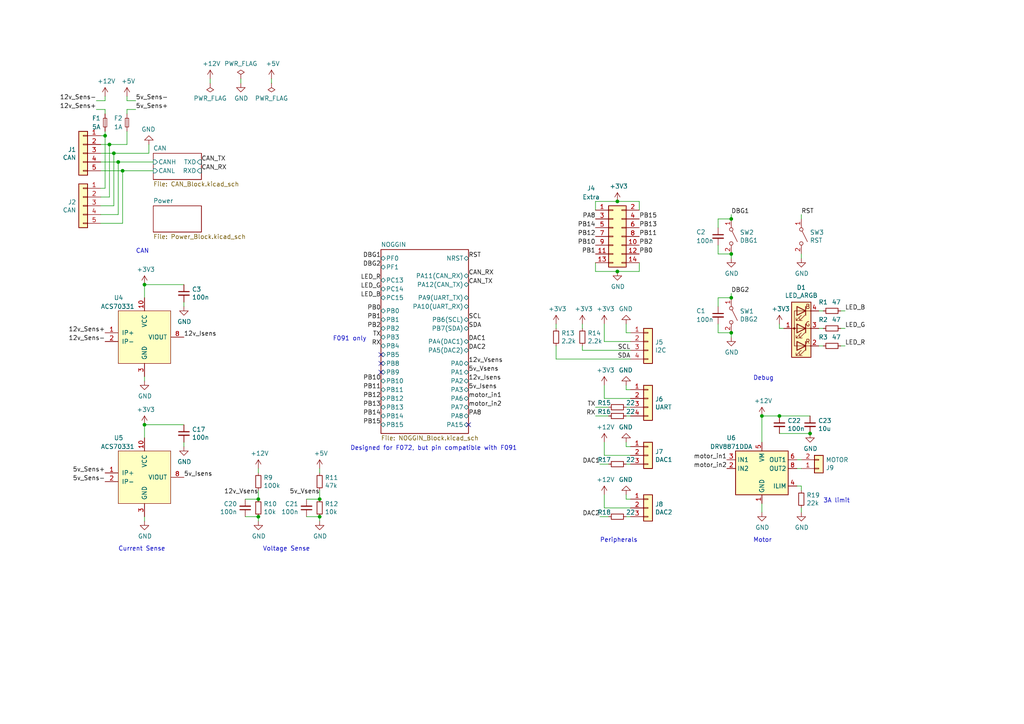
<source format=kicad_sch>
(kicad_sch (version 20211123) (generator eeschema)
  (paper "A4")
  (lib_symbols
    (symbol "Connector_Generic:Conn_01x02" (pin_names (offset 1.016) hide)
      (property "Reference" "J" (at 0 2.54 0))
      (property "Value" "Conn_01x02" (at 0 -5.08 0))
      (symbol "Conn_01x02_1_1"
        (rectangle (start -1.27 -2.413) (end 0 -2.667) (stroke (width 0.1524)))
        (rectangle (start -1.27 0.127) (end 0 -0.127) (stroke (width 0.1524)))
        (rectangle (start -1.27 1.27) (end 1.27 -3.81) (stroke (width 0.254)) (fill (type background)))
        (pin passive line (at -5.08 0 0) (length 3.81) (name "Pin_1") (number "1"))
        (pin passive line (at -5.08 -2.54 0) (length 3.81) (name "Pin_2") (number "2"))
      )
    )
    (symbol "Connector_Generic:Conn_01x03" (pin_names (offset 1.016) hide)
      (property "Reference" "J" (at 0 5.08 0))
      (property "Value" "Conn_01x03" (at 0 -5.08 0))
      (symbol "Conn_01x03_1_1"
        (rectangle (start -1.27 -2.413) (end 0 -2.667) (stroke (width 0.1524)))
        (rectangle (start -1.27 0.127) (end 0 -0.127) (stroke (width 0.1524)))
        (rectangle (start -1.27 2.667) (end 0 2.413) (stroke (width 0.1524)))
        (rectangle (start -1.27 3.81) (end 1.27 -3.81) (stroke (width 0.254)) (fill (type background)))
        (pin passive line (at -5.08 2.54 0) (length 3.81) (name "Pin_1") (number "1"))
        (pin passive line (at -5.08 0 0) (length 3.81) (name "Pin_2") (number "2"))
        (pin passive line (at -5.08 -2.54 0) (length 3.81) (name "Pin_3") (number "3"))
      )
    )
    (symbol "Connector_Generic:Conn_01x04" (pin_names (offset 1.016) hide)
      (property "Reference" "J" (at 0 5.08 0))
      (property "Value" "Conn_01x04" (at 0 -7.62 0))
      (symbol "Conn_01x04_1_1"
        (rectangle (start -1.27 -4.953) (end 0 -5.207) (stroke (width 0.1524)))
        (rectangle (start -1.27 -2.413) (end 0 -2.667) (stroke (width 0.1524)))
        (rectangle (start -1.27 0.127) (end 0 -0.127) (stroke (width 0.1524)))
        (rectangle (start -1.27 2.667) (end 0 2.413) (stroke (width 0.1524)))
        (rectangle (start -1.27 3.81) (end 1.27 -6.35) (stroke (width 0.254)) (fill (type background)))
        (pin passive line (at -5.08 2.54 0) (length 3.81) (name "Pin_1") (number "1"))
        (pin passive line (at -5.08 0 0) (length 3.81) (name "Pin_2") (number "2"))
        (pin passive line (at -5.08 -2.54 0) (length 3.81) (name "Pin_3") (number "3"))
        (pin passive line (at -5.08 -5.08 0) (length 3.81) (name "Pin_4") (number "4"))
      )
    )
    (symbol "Connector_Generic:Conn_01x05" (pin_names (offset 1.016) hide)
      (property "Reference" "J" (at 0 7.62 0))
      (property "Value" "Conn_01x05" (at 0 -7.62 0))
      (symbol "Conn_01x05_1_1"
        (rectangle (start -1.27 -4.953) (end 0 -5.207) (stroke (width 0.1524)))
        (rectangle (start -1.27 -2.413) (end 0 -2.667) (stroke (width 0.1524)))
        (rectangle (start -1.27 0.127) (end 0 -0.127) (stroke (width 0.1524)))
        (rectangle (start -1.27 2.667) (end 0 2.413) (stroke (width 0.1524)))
        (rectangle (start -1.27 5.207) (end 0 4.953) (stroke (width 0.1524)))
        (rectangle (start -1.27 6.35) (end 1.27 -6.35) (stroke (width 0.254)) (fill (type background)))
        (pin passive line (at -5.08 5.08 0) (length 3.81) (name "Pin_1") (number "1"))
        (pin passive line (at -5.08 2.54 0) (length 3.81) (name "Pin_2") (number "2"))
        (pin passive line (at -5.08 0 0) (length 3.81) (name "Pin_3") (number "3"))
        (pin passive line (at -5.08 -2.54 0) (length 3.81) (name "Pin_4") (number "4"))
        (pin passive line (at -5.08 -5.08 0) (length 3.81) (name "Pin_5") (number "5"))
      )
    )
    (symbol "Connector_Generic:Conn_02x07_Odd_Even" (pin_names (offset 1.016) hide)
      (property "Reference" "J" (at 1.27 10.16 0))
      (property "Value" "Conn_02x07_Odd_Even" (at 1.27 -10.16 0))
      (symbol "Conn_02x07_Odd_Even_1_1"
        (rectangle (start -1.27 -7.493) (end 0 -7.747) (stroke (width 0.1524)))
        (rectangle (start -1.27 -4.953) (end 0 -5.207) (stroke (width 0.1524)))
        (rectangle (start -1.27 -2.413) (end 0 -2.667) (stroke (width 0.1524)))
        (rectangle (start -1.27 0.127) (end 0 -0.127) (stroke (width 0.1524)))
        (rectangle (start -1.27 2.667) (end 0 2.413) (stroke (width 0.1524)))
        (rectangle (start -1.27 5.207) (end 0 4.953) (stroke (width 0.1524)))
        (rectangle (start -1.27 7.747) (end 0 7.493) (stroke (width 0.1524)))
        (rectangle (start -1.27 8.89) (end 3.81 -8.89) (stroke (width 0.254)) (fill (type background)))
        (rectangle (start 3.81 -7.493) (end 2.54 -7.747) (stroke (width 0.1524)))
        (rectangle (start 3.81 -4.953) (end 2.54 -5.207) (stroke (width 0.1524)))
        (rectangle (start 3.81 -2.413) (end 2.54 -2.667) (stroke (width 0.1524)))
        (rectangle (start 3.81 0.127) (end 2.54 -0.127) (stroke (width 0.1524)))
        (rectangle (start 3.81 2.667) (end 2.54 2.413) (stroke (width 0.1524)))
        (rectangle (start 3.81 5.207) (end 2.54 4.953) (stroke (width 0.1524)))
        (rectangle (start 3.81 7.747) (end 2.54 7.493) (stroke (width 0.1524)))
        (pin passive line (at -5.08 7.62 0) (length 3.81) (name "Pin_1") (number "1"))
        (pin passive line (at 7.62 -2.54 180) (length 3.81) (name "Pin_10") (number "10"))
        (pin passive line (at -5.08 -5.08 0) (length 3.81) (name "Pin_11") (number "11"))
        (pin passive line (at 7.62 -5.08 180) (length 3.81) (name "Pin_12") (number "12"))
        (pin passive line (at -5.08 -7.62 0) (length 3.81) (name "Pin_13") (number "13"))
        (pin passive line (at 7.62 -7.62 180) (length 3.81) (name "Pin_14") (number "14"))
        (pin passive line (at 7.62 7.62 180) (length 3.81) (name "Pin_2") (number "2"))
        (pin passive line (at -5.08 5.08 0) (length 3.81) (name "Pin_3") (number "3"))
        (pin passive line (at 7.62 5.08 180) (length 3.81) (name "Pin_4") (number "4"))
        (pin passive line (at -5.08 2.54 0) (length 3.81) (name "Pin_5") (number "5"))
        (pin passive line (at 7.62 2.54 180) (length 3.81) (name "Pin_6") (number "6"))
        (pin passive line (at -5.08 0 0) (length 3.81) (name "Pin_7") (number "7"))
        (pin passive line (at 7.62 0 180) (length 3.81) (name "Pin_8") (number "8"))
        (pin passive line (at -5.08 -2.54 0) (length 3.81) (name "Pin_9") (number "9"))
      )
    )
    (symbol "Device:C_Small" (pin_numbers hide) (pin_names (offset 0.254) hide)
      (property "Reference" "C" (at 0.254 1.778 0))
      (property "Value" "C_Small" (at 0.254 -2.032 0))
      (symbol "C_Small_0_1"
        (polyline (pts (xy -1.524 -0.508) (xy 1.524 -0.508)) (stroke (width 0.3302)))
        (polyline (pts (xy -1.524 0.508) (xy 1.524 0.508)) (stroke (width 0.3048)))
      )
      (symbol "C_Small_1_1"
        (pin passive line (at 0 2.54 270) (length 2.032) (name "~") (number "1"))
        (pin passive line (at 0 -2.54 90) (length 2.032) (name "~") (number "2"))
      )
    )
    (symbol "Device:Fuse_Small" (pin_numbers hide) (pin_names (offset 0.254) hide)
      (property "Reference" "F" (at 0 -1.524 0))
      (property "Value" "Fuse_Small" (at 0 1.524 0))
      (symbol "Fuse_Small_0_1"
        (rectangle (start -1.27 0.508) (end 1.27 -0.508))
        (polyline (pts (xy -1.27 0) (xy 1.27 0)))
      )
      (symbol "Fuse_Small_1_1"
        (pin passive line (at -2.54 0 0) (length 1.27) (name "~") (number "1"))
        (pin passive line (at 2.54 0 180) (length 1.27) (name "~") (number "2"))
      )
    )
    (symbol "Device:LED_ARGB" (pin_names (offset 0) hide)
      (property "Reference" "D" (at 0 9.398 0))
      (property "Value" "LED_ARGB" (at 0 -8.89 0))
      (symbol "LED_ARGB_0_0"
        (text "B" (at -1.905 -6.35 0) (effects (font (size 1.27 1.27))))
        (text "G" (at -1.905 -1.27 0) (effects (font (size 1.27 1.27))))
        (text "R" (at -1.905 3.81 0) (effects (font (size 1.27 1.27))))
      )
      (symbol "LED_ARGB_0_1"
        (polyline (pts (xy -1.27 -5.08) (xy -2.54 -5.08)))
        (polyline (pts (xy -1.27 -5.08) (xy 1.27 -5.08)))
        (polyline (pts (xy -1.27 -3.81) (xy -1.27 -6.35)) (stroke (width 0.254)))
        (polyline (pts (xy -1.27 0) (xy -2.54 0)))
        (polyline (pts (xy -1.27 1.27) (xy -1.27 -1.27)) (stroke (width 0.254)))
        (polyline (pts (xy -1.27 5.08) (xy -2.54 5.08)))
        (polyline (pts (xy -1.27 5.08) (xy 1.27 5.08)))
        (polyline (pts (xy -1.27 6.35) (xy -1.27 3.81)) (stroke (width 0.254)))
        (polyline (pts (xy 1.27 0) (xy -1.27 0)))
        (polyline (pts (xy 1.27 0) (xy 2.54 0)))
        (polyline (pts (xy -1.27 1.27) (xy -1.27 -1.27) (xy -1.27 -1.27)))
        (polyline (pts (xy -1.27 6.35) (xy -1.27 3.81) (xy -1.27 3.81)))
        (polyline (pts (xy 1.27 -5.08) (xy 2.032 -5.08) (xy 2.032 5.08) (xy 1.27 5.08)))
        (polyline (pts (xy 1.27 -3.81) (xy 1.27 -6.35) (xy -1.27 -5.08) (xy 1.27 -3.81)) (stroke (width 0.254)))
        (polyline (pts (xy 1.27 1.27) (xy 1.27 -1.27) (xy -1.27 0) (xy 1.27 1.27)) (stroke (width 0.254)))
        (polyline (pts (xy 1.27 6.35) (xy 1.27 3.81) (xy -1.27 5.08) (xy 1.27 6.35)) (stroke (width 0.254)))
        (polyline (pts (xy -1.016 -3.81) (xy 0.508 -2.286) (xy -0.254 -2.286) (xy 0.508 -2.286) (xy 0.508 -3.048)))
        (polyline (pts (xy -1.016 1.27) (xy 0.508 2.794) (xy -0.254 2.794) (xy 0.508 2.794) (xy 0.508 2.032)))
        (polyline (pts (xy -1.016 6.35) (xy 0.508 7.874) (xy -0.254 7.874) (xy 0.508 7.874) (xy 0.508 7.112)))
        (polyline (pts (xy 0 -3.81) (xy 1.524 -2.286) (xy 0.762 -2.286) (xy 1.524 -2.286) (xy 1.524 -3.048)))
        (polyline (pts (xy 0 1.27) (xy 1.524 2.794) (xy 0.762 2.794) (xy 1.524 2.794) (xy 1.524 2.032)))
        (polyline (pts (xy 0 6.35) (xy 1.524 7.874) (xy 0.762 7.874) (xy 1.524 7.874) (xy 1.524 7.112)))
        (rectangle (start 1.27 -1.27) (end 1.27 1.27))
        (rectangle (start 1.27 1.27) (end 1.27 1.27))
        (rectangle (start 1.27 3.81) (end 1.27 6.35))
        (rectangle (start 1.27 6.35) (end 1.27 6.35))
        (circle (center 2.032 0) (radius 0.254) (fill (type outline)))
        (rectangle (start 2.794 8.382) (end -2.794 -7.62) (stroke (width 0.254)) (fill (type background)))
      )
      (symbol "LED_ARGB_1_1"
        (pin passive line (at 5.08 0 180) (length 2.54) (name "A") (number "1"))
        (pin passive line (at -5.08 5.08 0) (length 2.54) (name "RK") (number "2"))
        (pin passive line (at -5.08 0 0) (length 2.54) (name "GK") (number "3"))
        (pin passive line (at -5.08 -5.08 0) (length 2.54) (name "BK") (number "4"))
      )
    )
    (symbol "Device:R_Small" (pin_numbers hide) (pin_names (offset 0.254) hide)
      (property "Reference" "R" (at 0.762 0.508 0))
      (property "Value" "R_Small" (at 0.762 -1.016 0))
      (symbol "R_Small_0_1"
        (rectangle (start -0.762 1.778) (end 0.762 -1.778) (stroke (width 0.2032)))
      )
      (symbol "R_Small_1_1"
        (pin passive line (at 0 2.54 270) (length 0.762) (name "~") (number "1"))
        (pin passive line (at 0 -2.54 90) (length 0.762) (name "~") (number "2"))
      )
    )
    (symbol "Driver_Motor:DRV8871DDA"
      (property "Reference" "U" (at -6.35 6.35 0))
      (property "Value" "DRV8871DDA" (at 8.89 6.35 0))
      (symbol "DRV8871DDA_0_1"
        (rectangle (start -7.62 5.08) (end 7.62 -7.62) (stroke (width 0.254)) (fill (type background)))
      )
      (symbol "DRV8871DDA_1_1"
        (pin power_in line (at 0 -10.16 90) (length 2.54) (name "GND") (number "1"))
        (pin input line (at -10.16 0 0) (length 2.54) (name "IN2") (number "2"))
        (pin input line (at -10.16 2.54 0) (length 2.54) (name "IN1") (number "3"))
        (pin passive line (at 10.16 -5.08 180) (length 2.54) (name "ILIM") (number "4"))
        (pin power_in line (at 0 7.62 270) (length 2.54) (name "VM") (number "5"))
        (pin output line (at 10.16 2.54 180) (length 2.54) (name "OUT1") (number "6"))
        (pin passive line (at 0 -10.16 90) (length 2.54) hide (name "GND") (number "7"))
        (pin output line (at 10.16 0 180) (length 2.54) (name "OUT2") (number "8"))
        (pin passive line (at 0 -10.16 90) (length 2.54) hide (name "GND") (number "9"))
      )
    )
    (symbol "Switch:SW_SPST" (pin_names (offset 0) hide)
      (property "Reference" "SW" (at 0 3.175 0))
      (property "Value" "SW_SPST" (at 0 -2.54 0))
      (symbol "SW_SPST_0_0"
        (circle (center -2.032 0) (radius 0.508))
        (polyline (pts (xy -1.524 0.254) (xy 1.524 1.778)))
        (circle (center 2.032 0) (radius 0.508))
      )
      (symbol "SW_SPST_1_1"
        (pin passive line (at -5.08 0 0) (length 2.54) (name "A") (number "1"))
        (pin passive line (at 5.08 0 180) (length 2.54) (name "B") (number "2"))
      )
    )
    (symbol "extraparts:ACS70331" (pin_names (offset 1.016))
      (property "Reference" "U" (at 0 15.24 0))
      (property "Value" "ACS70331" (at 0 12.7 0))
      (symbol "ACS70331_0_1"
        (rectangle (start -7.62 7.62) (end 7.62 -7.62) (fill (type background)))
      )
      (symbol "ACS70331_1_1"
        (pin passive line (at -11.43 1.27 0) (length 3.81) (name "IP+") (number "1"))
        (pin power_in line (at 0 11.43 270) (length 3.81) (name "VCC") (number "10"))
        (pin passive line (at -11.43 -1.27 0) (length 3.81) (name "IP-") (number "2"))
        (pin power_in line (at 0 -11.43 90) (length 3.81) (name "GND") (number "3"))
        (pin input line (at 0 -11.43 90) (length 3.81) hide (name "NC") (number "4"))
        (pin no_connect line (at 2.54 -11.43 90) (length 3.81) hide (name "NC") (number "5"))
        (pin input line (at 0 -11.43 90) (length 3.81) hide (name "NC") (number "6"))
        (pin input line (at 0 -11.43 90) (length 3.81) hide (name "NC") (number "7"))
        (pin output line (at 11.43 0 180) (length 3.81) (name "VIOUT") (number "8"))
        (pin input line (at 0 -11.43 90) (length 3.81) hide (name "NC") (number "9"))
      )
    )
    (symbol "power:+12V" (power) (pin_names (offset 0))
      (property "Value" "+12V" (at 0 3.556 0))
      (symbol "+12V_0_1"
        (polyline (pts (xy -0.762 1.27) (xy 0 2.54)))
        (polyline (pts (xy 0 0) (xy 0 2.54)))
        (polyline (pts (xy 0 2.54) (xy 0.762 1.27)))
      )
      (symbol "+12V_1_1"
        (pin power_in line (at 0 0 90) (length 0) hide (name "+12V") (number "1"))
      )
    )
    (symbol "power:+3V3" (power) (pin_names (offset 0))
      (property "Value" "+3V3" (at 0 3.556 0))
      (symbol "+3V3_0_1"
        (polyline (pts (xy -0.762 1.27) (xy 0 2.54)))
        (polyline (pts (xy 0 0) (xy 0 2.54)))
        (polyline (pts (xy 0 2.54) (xy 0.762 1.27)))
      )
      (symbol "+3V3_1_1"
        (pin power_in line (at 0 0 90) (length 0) hide (name "+3V3") (number "1"))
      )
    )
    (symbol "power:+5V" (power) (pin_names (offset 0))
      (property "Value" "+5V" (at 0 3.556 0))
      (symbol "+5V_0_1"
        (polyline (pts (xy -0.762 1.27) (xy 0 2.54)))
        (polyline (pts (xy 0 0) (xy 0 2.54)))
        (polyline (pts (xy 0 2.54) (xy 0.762 1.27)))
      )
      (symbol "+5V_1_1"
        (pin power_in line (at 0 0 90) (length 0) hide (name "+5V") (number "1"))
      )
    )
    (symbol "power:GND" (power) (pin_names (offset 0))
      (property "Value" "GND" (at 0 -3.81 0))
      (symbol "GND_0_1"
        (polyline (pts (xy 0 0) (xy 0 -1.27) (xy 1.27 -1.27) (xy 0 -2.54) (xy -1.27 -1.27) (xy 0 -1.27)))
      )
      (symbol "GND_1_1"
        (pin power_in line (at 0 0 270) (length 0) hide (name "GND") (number "1"))
      )
    )
    (symbol "power:PWR_FLAG" (power) (pin_numbers hide) (pin_names (offset 0) hide)
      (property "Value" "PWR_FLAG" (at 0 3.81 0))
      (symbol "PWR_FLAG_0_0"
        (pin power_out line (at 0 0 90) (length 0) (name "pwr") (number "1"))
      )
      (symbol "PWR_FLAG_0_1"
        (polyline (pts (xy 0 0) (xy 0 1.27) (xy -1.016 1.905) (xy 0 2.54) (xy 1.016 1.905) (xy 0 1.27)))
      )
    )
  )
  (junction (at 30.48 39.37))
  (junction (at 212.09 96.52))
  (junction (at 234.95 125.73))
  (junction (at 35.56 49.53))
  (junction (at 92.71 149.86))
  (junction (at 74.93 149.86))
  (junction (at 74.93 144.78))
  (junction (at 212.09 63.5))
  (junction (at 212.09 86.36))
  (junction (at 31.75 41.91))
  (junction (at 41.91 82.55))
  (junction (at 226.06 120.65))
  (junction (at 92.71 144.78))
  (junction (at 33.02 44.45))
  (junction (at 34.29 46.99))
  (junction (at 179.07 58.42))
  (junction (at 220.98 120.65))
  (junction (at 179.07 78.74))
  (junction (at 41.91 123.19))
  (junction (at 212.09 73.66))
  (no_connect (at 110.49 102.87))
  (no_connect (at 135.89 123.19))
  (no_connect (at 110.49 107.95))
  (no_connect (at 110.49 105.41))
  (wire (pts (xy 29.21 59.69) (xy 33.02 59.69)))
  (wire (pts (xy 33.02 44.45) (xy 43.18 44.45)))
  (wire (pts (xy 43.18 41.91) (xy 43.18 44.45)))
  (wire (pts (xy 181.61 113.03) (xy 182.88 113.03)))
  (wire (pts (xy 182.88 132.08) (xy 175.26 132.08)))
  (wire (pts (xy 53.34 128.27) (xy 53.34 129.54)))
  (wire (pts (xy 181.61 134.62) (xy 182.88 134.62)))
  (wire (pts (xy 175.26 115.57) (xy 182.88 115.57)))
  (wire (pts (xy 185.42 78.74) (xy 185.42 76.2)))
  (wire (pts (xy 44.45 46.99) (xy 34.29 46.99)))
  (wire (pts (xy 30.48 54.61) (xy 30.48 39.37)))
  (wire (pts (xy 179.07 78.74) (xy 185.42 78.74)))
  (wire (pts (xy 69.85 22.86) (xy 69.85 24.13)))
  (wire (pts (xy 172.72 78.74) (xy 172.72 76.2)))
  (wire (pts (xy 78.74 22.86) (xy 78.74 24.13)))
  (wire (pts (xy 232.41 74.93) (xy 232.41 73.66)))
  (wire (pts (xy 35.56 64.77) (xy 35.56 49.53)))
  (wire (pts (xy 161.29 100.33) (xy 161.29 104.14)))
  (wire (pts (xy 41.91 127) (xy 41.91 123.19)))
  (wire (pts (xy 175.26 147.32) (xy 175.26 143.51)))
  (wire (pts (xy 33.02 59.69) (xy 33.02 44.45)))
  (wire (pts (xy 74.93 149.86) (xy 74.93 151.13)))
  (wire (pts (xy 27.94 31.75) (xy 30.48 31.75)))
  (wire (pts (xy 173.99 149.86) (xy 176.53 149.86)))
  (wire (pts (xy 29.21 39.37) (xy 30.48 39.37)))
  (wire (pts (xy 237.49 90.17) (xy 238.76 90.17)))
  (wire (pts (xy 41.91 110.49) (xy 41.91 109.22)))
  (wire (pts (xy 30.48 27.94) (xy 30.48 29.21)))
  (wire (pts (xy 181.61 149.86) (xy 182.88 149.86)))
  (wire (pts (xy 175.26 99.06) (xy 182.88 99.06)))
  (wire (pts (xy 39.37 31.75) (xy 36.83 31.75)))
  (wire (pts (xy 232.41 148.59) (xy 232.41 147.32)))
  (wire (pts (xy 208.28 88.9) (xy 208.28 86.36)))
  (wire (pts (xy 161.29 93.98) (xy 161.29 95.25)))
  (wire (pts (xy 168.91 95.25) (xy 168.91 93.98)))
  (wire (pts (xy 232.41 62.23) (xy 232.41 63.5)))
  (wire (pts (xy 179.07 58.42) (xy 172.72 58.42)))
  (wire (pts (xy 92.71 137.16) (xy 92.71 135.89)))
  (wire (pts (xy 30.48 39.37) (xy 30.48 38.1)))
  (wire (pts (xy 30.48 31.75) (xy 30.48 33.02)))
  (wire (pts (xy 29.21 44.45) (xy 33.02 44.45)))
  (wire (pts (xy 220.98 148.59) (xy 220.98 146.05)))
  (wire (pts (xy 34.29 62.23) (xy 34.29 46.99)))
  (wire (pts (xy 243.84 90.17) (xy 245.11 90.17)))
  (wire (pts (xy 208.28 71.12) (xy 208.28 73.66)))
  (wire (pts (xy 60.96 22.86) (xy 60.96 24.13)))
  (wire (pts (xy 175.26 111.76) (xy 175.26 115.57)))
  (wire (pts (xy 226.06 95.25) (xy 227.33 95.25)))
  (wire (pts (xy 74.93 149.86) (xy 71.12 149.86)))
  (wire (pts (xy 185.42 58.42) (xy 185.42 60.96)))
  (wire (pts (xy 41.91 86.36) (xy 41.91 82.55)))
  (wire (pts (xy 181.61 96.52) (xy 182.88 96.52)))
  (wire (pts (xy 36.83 27.94) (xy 36.83 29.21)))
  (wire (pts (xy 179.07 58.42) (xy 185.42 58.42)))
  (wire (pts (xy 231.14 133.35) (xy 232.41 133.35)))
  (wire (pts (xy 231.14 135.89) (xy 232.41 135.89)))
  (wire (pts (xy 29.21 54.61) (xy 30.48 54.61)))
  (wire (pts (xy 220.98 128.27) (xy 220.98 120.65)))
  (wire (pts (xy 208.28 96.52) (xy 212.09 96.52)))
  (wire (pts (xy 208.28 66.04) (xy 208.28 63.5)))
  (wire (pts (xy 29.21 49.53) (xy 35.56 49.53)))
  (wire (pts (xy 226.06 120.65) (xy 234.95 120.65)))
  (wire (pts (xy 41.91 82.55) (xy 53.34 82.55)))
  (wire (pts (xy 208.28 73.66) (xy 212.09 73.66)))
  (wire (pts (xy 29.21 62.23) (xy 34.29 62.23)))
  (wire (pts (xy 237.49 100.33) (xy 238.76 100.33)))
  (wire (pts (xy 31.75 57.15) (xy 31.75 41.91)))
  (wire (pts (xy 35.56 49.53) (xy 44.45 49.53)))
  (wire (pts (xy 232.41 140.97) (xy 232.41 142.24)))
  (wire (pts (xy 181.61 118.11) (xy 182.88 118.11)))
  (wire (pts (xy 31.75 41.91) (xy 36.83 41.91)))
  (wire (pts (xy 181.61 93.98) (xy 181.61 96.52)))
  (wire (pts (xy 243.84 95.25) (xy 245.11 95.25)))
  (wire (pts (xy 208.28 86.36) (xy 212.09 86.36)))
  (wire (pts (xy 29.21 41.91) (xy 31.75 41.91)))
  (wire (pts (xy 179.07 78.74) (xy 172.72 78.74)))
  (wire (pts (xy 172.72 120.65) (xy 176.53 120.65)))
  (wire (pts (xy 181.61 111.76) (xy 181.61 113.03)))
  (wire (pts (xy 36.83 29.21) (xy 39.37 29.21)))
  (wire (pts (xy 212.09 97.79) (xy 212.09 96.52)))
  (wire (pts (xy 173.99 134.62) (xy 176.53 134.62)))
  (wire (pts (xy 74.93 135.89) (xy 74.93 137.16)))
  (wire (pts (xy 161.29 104.14) (xy 182.88 104.14)))
  (wire (pts (xy 29.21 64.77) (xy 35.56 64.77)))
  (wire (pts (xy 231.14 140.97) (xy 232.41 140.97)))
  (wire (pts (xy 92.71 142.24) (xy 92.71 144.78)))
  (wire (pts (xy 234.95 125.73) (xy 226.06 125.73)))
  (wire (pts (xy 36.83 41.91) (xy 36.83 38.1)))
  (wire (pts (xy 88.9 149.86) (xy 92.71 149.86)))
  (wire (pts (xy 226.06 93.98) (xy 226.06 95.25)))
  (wire (pts (xy 243.84 100.33) (xy 245.11 100.33)))
  (wire (pts (xy 237.49 95.25) (xy 238.76 95.25)))
  (wire (pts (xy 175.26 132.08) (xy 175.26 128.27)))
  (wire (pts (xy 34.29 46.99) (xy 29.21 46.99)))
  (wire (pts (xy 220.98 120.65) (xy 226.06 120.65)))
  (wire (pts (xy 172.72 58.42) (xy 172.72 60.96)))
  (wire (pts (xy 181.61 128.27) (xy 181.61 129.54)))
  (wire (pts (xy 92.71 149.86) (xy 92.71 151.13)))
  (wire (pts (xy 168.91 101.6) (xy 182.88 101.6)))
  (wire (pts (xy 208.28 63.5) (xy 212.09 63.5)))
  (wire (pts (xy 36.83 33.02) (xy 36.83 31.75)))
  (wire (pts (xy 208.28 93.98) (xy 208.28 96.52)))
  (wire (pts (xy 212.09 62.23) (xy 212.09 63.5)))
  (wire (pts (xy 181.61 129.54) (xy 182.88 129.54)))
  (wire (pts (xy 175.26 93.98) (xy 175.26 99.06)))
  (wire (pts (xy 212.09 85.09) (xy 212.09 86.36)))
  (wire (pts (xy 71.12 144.78) (xy 74.93 144.78)))
  (wire (pts (xy 181.61 143.51) (xy 181.61 144.78)))
  (wire (pts (xy 212.09 74.93) (xy 212.09 73.66)))
  (wire (pts (xy 182.88 147.32) (xy 175.26 147.32)))
  (wire (pts (xy 29.21 57.15) (xy 31.75 57.15)))
  (wire (pts (xy 41.91 123.19) (xy 53.34 123.19)))
  (wire (pts (xy 41.91 151.13) (xy 41.91 149.86)))
  (wire (pts (xy 74.93 144.78) (xy 74.93 142.24)))
  (wire (pts (xy 168.91 100.33) (xy 168.91 101.6)))
  (wire (pts (xy 92.71 144.78) (xy 88.9 144.78)))
  (wire (pts (xy 27.94 29.21) (xy 30.48 29.21)))
  (wire (pts (xy 181.61 120.65) (xy 182.88 120.65)))
  (wire (pts (xy 172.72 118.11) (xy 176.53 118.11)))
  (wire (pts (xy 53.34 87.63) (xy 53.34 88.9)))
  (wire (pts (xy 181.61 144.78) (xy 182.88 144.78)))
  (text "CAN" (at 39.37 73.66 0) (effects (font (size 1.27 1.27)) (justify left bottom)))
  (text "Designed for F072, but pin compatible with F091" (at 101.6 130.81 0) (effects (font (size 1.27 1.27)) (justify left bottom)))
  (text "Voltage Sense" (at 76.2 160.02 0) (effects (font (size 1.27 1.27)) (justify left bottom)))
  (text "Motor" (at 218.44 157.48 0) (effects (font (size 1.27 1.27)) (justify left bottom)))
  (text "3A limit" (at 238.76 146.05 0) (effects (font (size 1.27 1.27)) (justify left bottom)))
  (text "Current Sense" (at 34.29 160.02 0) (effects (font (size 1.27 1.27)) (justify left bottom)))
  (text "Debug" (at 218.44 110.49 0) (effects (font (size 1.27 1.27)) (justify left bottom)))
  (text "F091 only" (at 96.52 99.06 0) (effects (font (size 1.27 1.27)) (justify left bottom)))
  (text "Peripherals" (at 173.99 157.48 0) (effects (font (size 1.27 1.27)) (justify left bottom)))
  (label "12v_Sens+" (at 30.48 96.52 180))
  (label "PB13" (at 110.49 118.11 180))
  (label "SDA" (at 135.89 95.25 0))
  (label "DAC2" (at 173.99 149.86 180))
  (label "PB1" (at 110.49 92.71 180))
  (label "RX" (at 110.49 100.33 180))
  (label "PB1" (at 172.72 73.66 180))
  (label "TX" (at 110.49 97.79 180))
  (label "5v_Sens-" (at 30.48 139.7 180))
  (label "12v_Isens" (at 135.89 110.49 0))
  (label "PB10" (at 110.49 110.49 180))
  (label "PB0" (at 185.42 73.66 0))
  (label "DBG1" (at 212.09 62.23 0))
  (label "PB12" (at 172.72 68.58 180))
  (label "LED_G" (at 245.11 95.25 0))
  (label "CAN_RX" (at 135.89 80.01 0))
  (label "5v_Sens+" (at 30.48 137.16 180))
  (label "DAC1" (at 173.99 134.62 180))
  (label "PB10" (at 172.72 71.12 180))
  (label "PB12" (at 110.49 115.57 180))
  (label "RST" (at 135.89 74.93 0))
  (label "12v_Vsens" (at 135.89 105.41 0))
  (label "PB2" (at 185.42 71.12 0))
  (label "SDA" (at 182.88 104.14 180))
  (label "5v_Sens+" (at 39.37 31.75 0))
  (label "5v_Isens" (at 135.89 113.03 0))
  (label "RST" (at 232.41 62.23 0))
  (label "PB0" (at 110.49 90.17 180))
  (label "5v_Vsens" (at 135.89 107.95 0))
  (label "PB14" (at 110.49 120.65 180))
  (label "5v_Isens" (at 53.34 138.43 0))
  (label "PB13" (at 185.42 66.04 0))
  (label "PA8" (at 135.89 120.65 0))
  (label "motor_in2" (at 135.89 118.11 0))
  (label "LED_G" (at 110.49 83.82 180))
  (label "5v_Vsens" (at 92.71 143.51 180))
  (label "motor_in2" (at 210.82 135.89 180))
  (label "PB2" (at 110.49 95.25 180))
  (label "12v_Isens" (at 53.34 97.79 0))
  (label "12v_Sens-" (at 30.48 99.06 180))
  (label "motor_in1" (at 135.89 115.57 0))
  (label "motor_in1" (at 210.82 133.35 180))
  (label "PA8" (at 172.72 63.5 180))
  (label "DBG2" (at 110.49 77.47 180))
  (label "5v_Sens-" (at 39.37 29.21 0))
  (label "PB14" (at 172.72 66.04 180))
  (label "SCL" (at 135.89 92.71 0))
  (label "LED_R" (at 245.11 100.33 0))
  (label "12v_Sens+" (at 27.94 31.75 180))
  (label "DAC2" (at 135.89 101.6 0))
  (label "CAN_RX" (at 58.42 49.53 0))
  (label "DBG2" (at 212.09 85.09 0))
  (label "12v_Sens-" (at 27.94 29.21 180))
  (label "LED_B" (at 245.11 90.17 0))
  (label "CAN_TX" (at 58.42 46.99 0))
  (label "PB15" (at 110.49 123.19 180))
  (label "DBG1" (at 110.49 74.93 180))
  (label "PB11" (at 110.49 113.03 180))
  (label "PB11" (at 185.42 68.58 0))
  (label "LED_B" (at 110.49 86.36 180))
  (label "PB15" (at 185.42 63.5 0))
  (label "SCL" (at 182.88 101.6 180))
  (label "12v_Vsens" (at 74.93 143.51 180))
  (label "RX" (at 172.72 120.65 180))
  (label "LED_R" (at 110.49 81.28 180))
  (label "CAN_TX" (at 135.89 82.55 0))
  (label "TX" (at 172.72 118.11 180))
  (label "DAC1" (at 135.89 99.06 0))
  (symbol (lib_id "Switch:SW_SPST") (at 212.09 91.44 270) (unit 1)
    (property "Reference" "SW1" (at 214.5792 90.2716 90) (effects (justify left)))
    (property "Value" "DBG2" (at 214.5792 92.583 90) (effects (justify left)))
    (property "Footprint" "Button_Switch_SMD:SW_SPST_PTS810" (effects hide))
  )
  (symbol (lib_id "Device:C_Small") (at 208.28 91.44 0) (unit 1)
    (property "Reference" "C1" (at 201.93 90.17 0) (effects (justify left)))
    (property "Value" "100n" (at 201.93 92.71 0) (effects (justify left)))
    (property "Footprint" "Capacitor_SMD:C_0603_1608Metric" (effects hide))
  )
  (symbol (lib_id "power:GND") (at 212.09 97.79 0) (unit 1)
    (property "Reference" "#PWR04" (effects hide))
    (property "Value" "GND" (at 212.217 102.1842 0))
  )
  (symbol (lib_id "Device:LED_ARGB") (at 232.41 95.25 180) (unit 1)
    (property "Reference" "D1" (at 232.41 83.3882 0))
    (property "Value" "LED_ARGB" (at 232.41 85.6996 0))
    (property "Footprint" "LED_SMD:LED_Cree-PLCC4_2x2mm_CW" (effects hide))
  )
  (symbol (lib_id "Device:R_Small") (at 241.3 90.17 270) (unit 1)
    (property "Reference" "R1" (at 238.76 87.63 90))
    (property "Value" "47" (at 242.57 87.63 90))
    (property "Footprint" "Resistor_SMD:R_0603_1608Metric" (effects hide))
  )
  (symbol (lib_id "Device:R_Small") (at 241.3 95.25 270) (unit 1)
    (property "Reference" "R2" (at 238.76 92.71 90))
    (property "Value" "47" (at 242.57 92.71 90))
    (property "Footprint" "Resistor_SMD:R_0603_1608Metric" (effects hide))
  )
  (symbol (lib_id "Device:R_Small") (at 241.3 100.33 270) (unit 1)
    (property "Reference" "R3" (at 238.76 97.79 90))
    (property "Value" "47" (at 242.57 97.79 90))
    (property "Footprint" "Resistor_SMD:R_0603_1608Metric" (effects hide))
  )
  (symbol (lib_id "power:+3V3") (at 226.06 93.98 0) (unit 1)
    (property "Reference" "#PWR05" (effects hide))
    (property "Value" "+3V3" (at 226.441 89.5858 0))
  )
  (symbol (lib_id "Connector_Generic:Conn_01x05") (at 24.13 44.45 0) (mirror y) (unit 1)
    (property "Reference" "J1" (at 22.098 43.3832 0) (effects (justify left)))
    (property "Value" "CAN" (at 22.098 45.6946 0) (effects (justify left)))
    (property "Footprint" "extraparts:Molex_DuraClik_RH_5pin" (effects hide))
  )
  (symbol (lib_id "Connector_Generic:Conn_01x05") (at 24.13 59.69 0) (mirror y) (unit 1)
    (property "Reference" "J2" (at 22.098 58.6232 0) (effects (justify left)))
    (property "Value" "CAN" (at 22.098 60.9346 0) (effects (justify left)))
    (property "Footprint" "extraparts:Molex_DuraClik_RH_5pin" (effects hide))
  )
  (symbol (lib_id "Device:Fuse_Small") (at 36.83 35.56 270) (unit 1)
    (property "Reference" "F2" (at 34.29 34.29 90))
    (property "Value" "1A" (at 34.29 36.83 90))
    (property "Footprint" "Fuse:Fuse_1206_3216Metric" (effects hide))
  )
  (symbol (lib_id "Device:Fuse_Small") (at 30.48 35.56 270) (unit 1)
    (property "Reference" "F1" (at 27.94 34.29 90))
    (property "Value" "5A" (at 27.94 36.83 90))
    (property "Footprint" "Fuse:Fuse_1206_3216Metric" (effects hide))
  )
  (symbol (lib_id "power:+12V") (at 30.48 27.94 0) (unit 1)
    (property "Reference" "#PWR01" (effects hide))
    (property "Value" "+12V" (at 30.861 23.5458 0))
  )
  (symbol (lib_id "power:+5V") (at 36.83 27.94 0) (unit 1)
    (property "Reference" "#PWR02" (effects hide))
    (property "Value" "+5V" (at 37.211 23.5458 0))
  )
  (symbol (lib_id "power:GND") (at 43.18 41.91 180) (unit 1)
    (property "Reference" "#PWR03" (effects hide))
    (property "Value" "GND" (at 43.053 37.5158 0))
  )
  (symbol (lib_id "Switch:SW_SPST") (at 212.09 68.58 270) (unit 1)
    (property "Reference" "SW2" (at 214.5792 67.4116 90) (effects (justify left)))
    (property "Value" "DBG1" (at 214.5792 69.723 90) (effects (justify left)))
    (property "Footprint" "Button_Switch_SMD:SW_SPST_PTS810" (effects hide))
  )
  (symbol (lib_id "Device:C_Small") (at 208.28 68.58 0) (unit 1)
    (property "Reference" "C2" (at 201.93 67.31 0) (effects (justify left)))
    (property "Value" "100n" (at 201.93 69.85 0) (effects (justify left)))
    (property "Footprint" "Capacitor_SMD:C_0603_1608Metric" (effects hide))
  )
  (symbol (lib_id "power:GND") (at 212.09 74.93 0) (unit 1)
    (property "Reference" "#PWR06" (effects hide))
    (property "Value" "GND" (at 212.217 79.3242 0))
  )
  (symbol (lib_id "Driver_Motor:DRV8871DDA") (at 220.98 135.89 0) (unit 1)
    (property "Reference" "U6" (at 212.09 127 0))
    (property "Value" "DRV8871DDA" (at 212.09 129.54 0))
    (property "Footprint" "Package_SO:Texas_HTSOP-8-1EP_3.9x4.9mm_P1.27mm_EP2.95x4.9mm_Mask2.4x3.1mm_ThermalVias" (effects hide))
    (property "Datasheet" "http://www.ti.com/lit/ds/symlink/drv8871.pdf" (effects hide))
  )
  (symbol (lib_id "Switch:SW_SPST") (at 232.41 68.58 270) (unit 1)
    (property "Reference" "SW3" (at 234.8992 67.4116 90) (effects (justify left)))
    (property "Value" "RST" (at 234.8992 69.723 90) (effects (justify left)))
    (property "Footprint" "Button_Switch_SMD:SW_SPST_PTS810" (effects hide))
  )
  (symbol (lib_id "power:GND") (at 232.41 74.93 0) (unit 1)
    (property "Reference" "#PWR07" (effects hide))
    (property "Value" "GND" (at 232.537 79.3242 0))
  )
  (symbol (lib_id "Connector_Generic:Conn_02x07_Odd_Even") (at 177.8 68.58 0) (unit 1)
    (property "Reference" "J4" (at 171.45 54.61 0))
    (property "Value" "Extra" (at 171.45 57.15 0))
    (property "Footprint" "Connector_PinSocket_1.27mm:PinSocket_2x07_P1.27mm_Vertical_SMD" (effects hide))
  )
  (symbol (lib_id "Device:R_Small") (at 74.93 139.7 0) (unit 1)
    (property "Reference" "R9" (at 76.4286 138.5316 0) (effects (justify left)))
    (property "Value" "100k" (at 76.4286 140.843 0) (effects (justify left)))
    (property "Footprint" "Resistor_SMD:R_0603_1608Metric" (effects hide))
  )
  (symbol (lib_id "Device:R_Small") (at 74.93 147.32 0) (unit 1)
    (property "Reference" "R10" (at 76.4286 146.1516 0) (effects (justify left)))
    (property "Value" "10k" (at 76.4286 148.463 0) (effects (justify left)))
    (property "Footprint" "Resistor_SMD:R_0603_1608Metric" (effects hide))
  )
  (symbol (lib_id "Device:R_Small") (at 92.71 139.7 0) (unit 1)
    (property "Reference" "R11" (at 94.2086 138.5316 0) (effects (justify left)))
    (property "Value" "47k" (at 94.2086 140.843 0) (effects (justify left)))
    (property "Footprint" "Resistor_SMD:R_0603_1608Metric" (effects hide))
  )
  (symbol (lib_id "Device:R_Small") (at 92.71 147.32 0) (unit 1)
    (property "Reference" "R12" (at 94.2086 146.1516 0) (effects (justify left)))
    (property "Value" "10k" (at 94.2086 148.463 0) (effects (justify left)))
    (property "Footprint" "Resistor_SMD:R_0603_1608Metric" (effects hide))
  )
  (symbol (lib_id "power:+5V") (at 92.71 135.89 0) (unit 1)
    (property "Reference" "#PWR0108" (effects hide))
    (property "Value" "+5V" (at 93.091 131.4958 0))
  )
  (symbol (lib_id "power:+12V") (at 74.93 135.89 0) (unit 1)
    (property "Reference" "#PWR0109" (effects hide))
    (property "Value" "+12V" (at 75.311 131.4958 0))
  )
  (symbol (lib_id "power:GND") (at 74.93 151.13 0) (unit 1)
    (property "Reference" "#PWR0110" (effects hide))
    (property "Value" "GND" (at 75.057 155.5242 0))
  )
  (symbol (lib_id "power:GND") (at 92.71 151.13 0) (unit 1)
    (property "Reference" "#PWR0111" (effects hide))
    (property "Value" "GND" (at 92.837 155.5242 0))
  )
  (symbol (lib_id "Device:C_Small") (at 71.12 147.32 0) (mirror x) (unit 1)
    (property "Reference" "C20" (at 68.7832 146.1516 0) (effects (justify right)))
    (property "Value" "100n" (at 68.7832 148.463 0) (effects (justify right)))
    (property "Footprint" "Capacitor_SMD:C_0603_1608Metric" (effects hide))
  )
  (symbol (lib_id "Device:C_Small") (at 88.9 147.32 0) (mirror x) (unit 1)
    (property "Reference" "C21" (at 86.5632 146.1516 0) (effects (justify right)))
    (property "Value" "100n" (at 86.5632 148.463 0) (effects (justify right)))
    (property "Footprint" "Capacitor_SMD:C_0603_1608Metric" (effects hide))
  )
  (symbol (lib_id "power:GND") (at 220.98 148.59 0) (unit 1)
    (property "Reference" "#PWR0112" (effects hide))
    (property "Value" "GND" (at 221.107 152.9842 0))
  )
  (symbol (lib_id "Device:C_Small") (at 226.06 123.19 0) (unit 1)
    (property "Reference" "C22" (at 228.3968 122.0216 0) (effects (justify left)))
    (property "Value" "100n" (at 228.3968 124.333 0) (effects (justify left)))
    (property "Footprint" "Capacitor_SMD:C_0603_1608Metric" (effects hide))
  )
  (symbol (lib_id "Connector_Generic:Conn_01x02") (at 237.49 135.89 0) (mirror x) (unit 1)
    (property "Reference" "J9" (at 239.522 135.6868 0) (effects (justify left)))
    (property "Value" "MOTOR" (at 239.522 133.3754 0) (effects (justify left)))
    (property "Footprint" "extraparts:Molex_DuraClik_RH_2pin" (effects hide))
  )
  (symbol (lib_id "Device:C_Small") (at 234.95 123.19 0) (unit 1)
    (property "Reference" "C23" (at 237.2868 122.0216 0) (effects (justify left)))
    (property "Value" "10u" (at 237.2868 124.333 0) (effects (justify left)))
    (property "Footprint" "Capacitor_SMD:C_0805_2012Metric" (effects hide))
  )
  (symbol (lib_id "power:GND") (at 234.95 125.73 0) (unit 1)
    (property "Reference" "#PWR0113" (effects hide))
    (property "Value" "GND" (at 235.077 130.1242 0))
  )
  (symbol (lib_id "power:+12V") (at 220.98 120.65 0) (unit 1)
    (property "Reference" "#PWR0114" (effects hide))
    (property "Value" "+12V" (at 221.361 116.2558 0))
  )
  (symbol (lib_id "Device:R_Small") (at 232.41 144.78 0) (unit 1)
    (property "Reference" "R19" (at 233.9086 143.6116 0) (effects (justify left)))
    (property "Value" "22k" (at 233.9086 145.923 0) (effects (justify left)))
    (property "Footprint" "Resistor_SMD:R_0603_1608Metric" (effects hide))
  )
  (symbol (lib_id "power:GND") (at 232.41 148.59 0) (unit 1)
    (property "Reference" "#PWR0115" (effects hide))
    (property "Value" "GND" (at 232.537 152.9842 0))
  )
  (symbol (lib_id "Connector_Generic:Conn_01x04") (at 187.96 99.06 0) (unit 1)
    (property "Reference" "J5" (at 189.992 99.2632 0) (effects (justify left)))
    (property "Value" "I2C" (at 189.992 101.5746 0) (effects (justify left)))
    (property "Footprint" "extraparts:Molex_DuraClik_RH_4pin" (effects hide))
  )
  (symbol (lib_id "power:GND") (at 181.61 93.98 180) (unit 1)
    (property "Reference" "#PWR0116" (effects hide))
    (property "Value" "GND" (at 181.483 89.5858 0))
  )
  (symbol (lib_id "power:+3V3") (at 175.26 93.98 0) (unit 1)
    (property "Reference" "#PWR0117" (effects hide))
    (property "Value" "+3V3" (at 175.641 89.5858 0))
  )
  (symbol (lib_id "Device:R_Small") (at 168.91 97.79 0) (unit 1)
    (property "Reference" "R14" (at 170.4086 96.6216 0) (effects (justify left)))
    (property "Value" "2.2k" (at 170.4086 98.933 0) (effects (justify left)))
    (property "Footprint" "Resistor_SMD:R_0603_1608Metric" (effects hide))
  )
  (symbol (lib_id "Device:R_Small") (at 161.29 97.79 0) (unit 1)
    (property "Reference" "R13" (at 162.7886 96.6216 0) (effects (justify left)))
    (property "Value" "2.2k" (at 162.7886 98.933 0) (effects (justify left)))
    (property "Footprint" "Resistor_SMD:R_0603_1608Metric" (effects hide))
  )
  (symbol (lib_id "power:+3V3") (at 168.91 93.98 0) (unit 1)
    (property "Reference" "#PWR0118" (effects hide))
    (property "Value" "+3V3" (at 169.291 89.5858 0))
  )
  (symbol (lib_id "power:+3V3") (at 161.29 93.98 0) (unit 1)
    (property "Reference" "#PWR0119" (effects hide))
    (property "Value" "+3V3" (at 161.671 89.5858 0))
  )
  (symbol (lib_id "Connector_Generic:Conn_01x04") (at 187.96 115.57 0) (unit 1)
    (property "Reference" "J6" (at 189.992 115.7732 0) (effects (justify left)))
    (property "Value" "UART" (at 189.992 118.0846 0) (effects (justify left)))
    (property "Footprint" "extraparts:Molex_DuraClik_RH_4pin" (effects hide))
  )
  (symbol (lib_id "power:GND") (at 181.61 111.76 180) (unit 1)
    (property "Reference" "#PWR0120" (effects hide))
    (property "Value" "GND" (at 181.483 107.3658 0))
  )
  (symbol (lib_id "power:+3V3") (at 175.26 111.76 0) (unit 1)
    (property "Reference" "#PWR0121" (effects hide))
    (property "Value" "+3V3" (at 175.641 107.3658 0))
  )
  (symbol (lib_id "Device:R_Small") (at 179.07 118.11 270) (unit 1)
    (property "Reference" "R15" (at 175.26 116.84 90))
    (property "Value" "22" (at 182.88 116.84 90))
    (property "Footprint" "Resistor_SMD:R_0603_1608Metric" (effects hide))
  )
  (symbol (lib_id "Device:R_Small") (at 179.07 120.65 270) (unit 1)
    (property "Reference" "R16" (at 175.26 119.38 90))
    (property "Value" "22" (at 182.88 119.38 90))
    (property "Footprint" "Resistor_SMD:R_0603_1608Metric" (effects hide))
  )
  (symbol (lib_id "extraparts:ACS70331") (at 41.91 138.43 0) (unit 1)
    (property "Reference" "U5" (at 33.02 127 0) (effects (justify left)))
    (property "Value" "ACS70331" (at 29.21 129.54 0) (effects (justify left)))
    (property "Footprint" "Sensor_Current:Allegro_QFN-12-10-1EP_3x3mm_P0.5mm" (effects hide))
  )
  (symbol (lib_id "extraparts:ACS70331") (at 41.91 97.79 0) (unit 1)
    (property "Reference" "U4" (at 33.02 86.36 0) (effects (justify left)))
    (property "Value" "ACS70331" (at 29.21 88.9 0) (effects (justify left)))
    (property "Footprint" "Sensor_Current:Allegro_QFN-12-10-1EP_3x3mm_P0.5mm" (effects hide))
  )
  (symbol (lib_id "Connector_Generic:Conn_01x03") (at 187.96 132.08 0) (unit 1)
    (property "Reference" "J7" (at 189.992 131.0132 0) (effects (justify left)))
    (property "Value" "DAC1" (at 189.992 133.3246 0) (effects (justify left)))
    (property "Footprint" "extraparts:Molex_DuraClik_RH_3pin" (effects hide))
  )
  (symbol (lib_id "power:GND") (at 181.61 128.27 180) (unit 1)
    (property "Reference" "#PWR0122" (effects hide))
    (property "Value" "GND" (at 181.483 123.8758 0))
  )
  (symbol (lib_id "power:+12V") (at 175.26 128.27 0) (unit 1)
    (property "Reference" "#PWR0123" (effects hide))
    (property "Value" "+12V" (at 175.641 123.8758 0))
  )
  (symbol (lib_id "Device:R_Small") (at 179.07 134.62 270) (unit 1)
    (property "Reference" "R17" (at 175.26 133.35 90))
    (property "Value" "22" (at 182.88 133.35 90))
    (property "Footprint" "Resistor_SMD:R_0603_1608Metric" (effects hide))
  )
  (symbol (lib_id "Connector_Generic:Conn_01x03") (at 187.96 147.32 0) (unit 1)
    (property "Reference" "J8" (at 189.992 146.2532 0) (effects (justify left)))
    (property "Value" "DAC2" (at 189.992 148.5646 0) (effects (justify left)))
    (property "Footprint" "extraparts:Molex_DuraClik_RH_3pin" (effects hide))
  )
  (symbol (lib_id "power:GND") (at 181.61 143.51 180) (unit 1)
    (property "Reference" "#PWR0124" (effects hide))
    (property "Value" "GND" (at 181.483 139.1158 0))
  )
  (symbol (lib_id "power:+12V") (at 175.26 143.51 0) (unit 1)
    (property "Reference" "#PWR0125" (effects hide))
    (property "Value" "+12V" (at 175.641 139.1158 0))
  )
  (symbol (lib_id "Device:R_Small") (at 179.07 149.86 270) (unit 1)
    (property "Reference" "R18" (at 175.26 148.59 90))
    (property "Value" "22" (at 182.88 148.59 90))
    (property "Footprint" "Resistor_SMD:R_0603_1608Metric" (effects hide))
  )
  (symbol (lib_id "Device:C_Small") (at 53.34 85.09 0) (unit 1)
    (property "Reference" "C3" (at 55.6768 83.9216 0) (effects (justify left)))
    (property "Value" "100n" (at 55.6768 86.233 0) (effects (justify left)))
    (property "Footprint" "Capacitor_SMD:C_0603_1608Metric" (effects hide))
  )
  (symbol (lib_id "Device:C_Small") (at 53.34 125.73 0) (unit 1)
    (property "Reference" "C17" (at 55.6768 124.5616 0) (effects (justify left)))
    (property "Value" "100n" (at 55.6768 126.873 0) (effects (justify left)))
    (property "Footprint" "Capacitor_SMD:C_0603_1608Metric" (effects hide))
  )
  (symbol (lib_id "power:GND") (at 53.34 129.54 0) (unit 1)
    (property "Reference" "#PWR026" (effects hide))
    (property "Value" "GND" (at 53.467 133.9342 0))
  )
  (symbol (lib_id "power:GND") (at 53.34 88.9 0) (unit 1)
    (property "Reference" "#PWR025" (effects hide))
    (property "Value" "GND" (at 53.467 93.2942 0))
  )
  (symbol (lib_id "power:+3V3") (at 41.91 82.55 0) (unit 1)
    (property "Reference" "#PWR021" (effects hide))
    (property "Value" "+3V3" (at 42.291 78.1558 0))
  )
  (symbol (lib_id "power:+3V3") (at 41.91 123.19 0) (unit 1)
    (property "Reference" "#PWR023" (effects hide))
    (property "Value" "+3V3" (at 42.291 118.7958 0))
  )
  (symbol (lib_id "power:GND") (at 41.91 151.13 0) (unit 1)
    (property "Reference" "#PWR024" (effects hide))
    (property "Value" "GND" (at 42.037 155.5242 0))
  )
  (symbol (lib_id "power:GND") (at 41.91 110.49 0) (unit 1)
    (property "Reference" "#PWR022" (effects hide))
    (property "Value" "GND" (at 42.037 114.8842 0))
  )
  (symbol (lib_id "power:GND") (at 179.07 78.74 0) (unit 1)
    (property "Reference" "#PWR0126" (effects hide))
    (property "Value" "GND" (at 179.197 83.1342 0))
  )
  (symbol (lib_id "power:+3V3") (at 179.07 58.42 0) (unit 1)
    (property "Reference" "#PWR0127" (effects hide))
    (property "Value" "+3V3" (at 179.451 54.0258 0))
  )
  (symbol (lib_id "power:+12V") (at 60.96 22.86 0) (unit 1)
    (property "Reference" "#PWR0128" (effects hide))
    (property "Value" "+12V" (at 61.341 18.4658 0))
  )
  (symbol (lib_id "power:+5V") (at 78.74 22.86 0) (unit 1)
    (property "Reference" "#PWR0129" (effects hide))
    (property "Value" "+5V" (at 79.121 18.4658 0))
  )
  (symbol (lib_id "power:GND") (at 69.85 24.13 0) (unit 1)
    (property "Reference" "#PWR0130" (effects hide))
    (property "Value" "GND" (at 69.977 28.5242 0))
  )
  (symbol (lib_id "power:PWR_FLAG") (at 60.96 24.13 180) (unit 1)
    (property "Reference" "#FLG0101" (effects hide))
    (property "Value" "PWR_FLAG" (at 60.96 28.5242 0))
  )
  (symbol (lib_id "power:PWR_FLAG") (at 78.74 24.13 180) (unit 1)
    (property "Reference" "#FLG0102" (effects hide))
    (property "Value" "PWR_FLAG" (at 78.74 28.5242 0))
  )
  (symbol (lib_id "power:PWR_FLAG") (at 69.85 22.86 0) (unit 1)
    (property "Reference" "#FLG0103" (effects hide))
    (property "Value" "PWR_FLAG" (at 69.85 18.4658 0))
  )
  (sheet (at 110.49 72.39) (size 25.4 53.34)
    (property "Sheet name" "NOGGIN" (at 110.49 71.6784 0) (effects (justify left bottom)))
    (property "Sheet file" "NOGGIN_Block.kicad_sch" (at 110.49 126.3146 0) (effects (justify left top)))
    (pin "PF0" bidirectional (at 110.49 74.93 180))
    (pin "PF1" bidirectional (at 110.49 77.47 180))
    (pin "PC13" bidirectional (at 110.49 81.28 180))
    (pin "PC14" bidirectional (at 110.49 83.82 180))
    (pin "PC15" bidirectional (at 110.49 86.36 180))
    (pin "PA11(CAN_RX)" bidirectional (at 135.89 80.01 0))
    (pin "PA12(CAN_TX)" bidirectional (at 135.89 82.55 0))
    (pin "PA10(UART_RX)" bidirectional (at 135.89 88.9 0))
    (pin "PA9(UART_TX)" bidirectional (at 135.89 86.36 0))
    (pin "PB6(SCL)" bidirectional (at 135.89 92.71 0))
    (pin "PB7(SDA)" bidirectional (at 135.89 95.25 0))
    (pin "PB0" bidirectional (at 110.49 90.17 180))
    (pin "PB1" bidirectional (at 110.49 92.71 180))
    (pin "PB2" bidirectional (at 110.49 95.25 180))
    (pin "PB3" bidirectional (at 110.49 97.79 180))
    (pin "PB4" bidirectional (at 110.49 100.33 180))
    (pin "PB5" bidirectional (at 110.49 102.87 180))
    (pin "PB8" bidirectional (at 110.49 105.41 180))
    (pin "PB9" bidirectional (at 110.49 107.95 180))
    (pin "PB10" bidirectional (at 110.49 110.49 180))
    (pin "PB11" bidirectional (at 110.49 113.03 180))
    (pin "PB12" bidirectional (at 110.49 115.57 180))
    (pin "PB13" bidirectional (at 110.49 118.11 180))
    (pin "PB14" bidirectional (at 110.49 120.65 180))
    (pin "PB15" bidirectional (at 110.49 123.19 180))
    (pin "PA0" bidirectional (at 135.89 105.41 0))
    (pin "PA1" bidirectional (at 135.89 107.95 0))
    (pin "PA2" bidirectional (at 135.89 110.49 0))
    (pin "PA3" bidirectional (at 135.89 113.03 0))
    (pin "PA4(DAC1)" bidirectional (at 135.89 99.06 0))
    (pin "PA5(DAC2)" bidirectional (at 135.89 101.6 0))
    (pin "PA6" bidirectional (at 135.89 115.57 0))
    (pin "PA7" bidirectional (at 135.89 118.11 0))
    (pin "PA8" bidirectional (at 135.89 120.65 0))
    (pin "PA15" bidirectional (at 135.89 123.19 0))
    (pin "NRST" bidirectional (at 135.89 74.93 0))
  )
  (sheet (at 44.45 59.69) (size 13.97 7.62)
    (property "Sheet name" "Power" (at 44.45 58.9784 0) (effects (justify left bottom)))
    (property "Sheet file" "Power_Block.kicad_sch" (at 44.45 67.8946 0) (effects (justify left top)))
  )
  (sheet (at 44.45 44.45) (size 13.97 7.62)
    (property "Sheet name" "CAN" (at 44.45 43.7384 0) (effects (justify left bottom)))
    (property "Sheet file" "CAN_Block.kicad_sch" (at 44.45 52.6546 0) (effects (justify left top)))
    (pin "TXD" input (at 58.42 46.99 0))
    (pin "RXD" input (at 58.42 49.53 0))
    (pin "CANH" input (at 44.45 46.99 180))
    (pin "CANL" input (at 44.45 49.53 180))
  )
)
</source>
